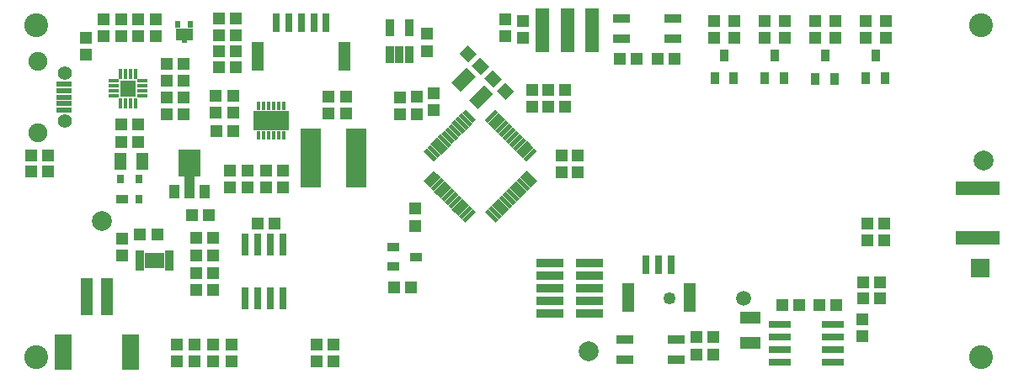
<source format=gbr>
G04 #@! TF.FileFunction,Soldermask,Top*
%FSLAX46Y46*%
G04 Gerber Fmt 4.6, Leading zero omitted, Abs format (unit mm)*
G04 Created by KiCad (PCBNEW 4.0.7-e2-6376~58~ubuntu16.04.1) date Mon Jun 18 12:46:04 2018*
%MOMM*%
%LPD*%
G01*
G04 APERTURE LIST*
%ADD10C,0.100000*%
%ADD11C,2.403200*%
%ADD12R,1.203200X1.303200*%
%ADD13R,1.303200X1.203200*%
%ADD14R,0.600000X0.700000*%
%ADD15R,1.800000X1.300000*%
%ADD16R,0.600000X0.450000*%
%ADD17R,1.203200X0.903200*%
%ADD18R,0.803200X0.903200*%
%ADD19R,1.203200X1.703200*%
%ADD20R,0.803200X1.903200*%
%ADD21R,1.203200X3.003200*%
%ADD22R,2.700000X0.950000*%
%ADD23R,1.203200X3.703200*%
%ADD24R,1.703200X3.603200*%
%ADD25R,1.473200X4.403200*%
%ADD26R,2.003200X5.903200*%
%ADD27R,0.853200X1.253200*%
%ADD28R,1.653200X0.903200*%
%ADD29R,0.853200X1.763200*%
%ADD30R,0.803200X2.203200*%
%ADD31R,0.890000X0.890000*%
%ADD32R,0.990000X0.420000*%
%ADD33R,0.420000X0.990000*%
%ADD34R,0.440000X0.990000*%
%ADD35R,2.203200X0.803200*%
%ADD36R,0.453200X0.903200*%
%ADD37R,1.028200X1.053200*%
%ADD38R,0.953200X0.503200*%
%ADD39R,1.078200X0.928200*%
%ADD40R,2.103200X1.303200*%
%ADD41C,1.253200*%
%ADD42C,1.503200*%
%ADD43R,1.003200X1.403200*%
%ADD44R,1.003200X2.403200*%
%ADD45R,2.203200X2.703200*%
%ADD46R,4.403200X1.473200*%
%ADD47R,1.903200X1.903200*%
%ADD48R,1.553200X0.603200*%
%ADD49C,1.403200*%
%ADD50C,1.903200*%
%ADD51R,1.253200X0.853200*%
%ADD52C,2.000000*%
G04 APERTURE END LIST*
D10*
G36*
X-5023463Y6610889D02*
X-4703002Y6931350D01*
X-3640079Y5868427D01*
X-3960540Y5547966D01*
X-5023463Y6610889D01*
X-5023463Y6610889D01*
G37*
G36*
X-5377016Y6257336D02*
X-5056555Y6577797D01*
X-3993632Y5514874D01*
X-4314093Y5194413D01*
X-5377016Y6257336D01*
X-5377016Y6257336D01*
G37*
G36*
X-5730570Y5903782D02*
X-5410109Y6224243D01*
X-4347186Y5161320D01*
X-4667647Y4840859D01*
X-5730570Y5903782D01*
X-5730570Y5903782D01*
G37*
G36*
X-6084123Y5550229D02*
X-5763662Y5870690D01*
X-4700739Y4807767D01*
X-5021200Y4487306D01*
X-6084123Y5550229D01*
X-6084123Y5550229D01*
G37*
G36*
X-6437676Y5196676D02*
X-6117215Y5517137D01*
X-5054292Y4454214D01*
X-5374753Y4133753D01*
X-6437676Y5196676D01*
X-6437676Y5196676D01*
G37*
G36*
X-6791230Y4843122D02*
X-6470769Y5163583D01*
X-5407846Y4100660D01*
X-5728307Y3780199D01*
X-6791230Y4843122D01*
X-6791230Y4843122D01*
G37*
G36*
X-7144783Y4489569D02*
X-6824322Y4810030D01*
X-5761399Y3747107D01*
X-6081860Y3426646D01*
X-7144783Y4489569D01*
X-7144783Y4489569D01*
G37*
G36*
X-7498337Y4136015D02*
X-7177876Y4456476D01*
X-6114953Y3393553D01*
X-6435414Y3073092D01*
X-7498337Y4136015D01*
X-7498337Y4136015D01*
G37*
G36*
X-7851890Y3782462D02*
X-7531429Y4102923D01*
X-6468506Y3040000D01*
X-6788967Y2719539D01*
X-7851890Y3782462D01*
X-7851890Y3782462D01*
G37*
G36*
X-8205443Y3428909D02*
X-7884982Y3749370D01*
X-6822059Y2686447D01*
X-7142520Y2365986D01*
X-8205443Y3428909D01*
X-8205443Y3428909D01*
G37*
G36*
X-8558997Y3075355D02*
X-8238536Y3395816D01*
X-7175613Y2332893D01*
X-7496074Y2012432D01*
X-8558997Y3075355D01*
X-8558997Y3075355D01*
G37*
G36*
X-8912550Y2721802D02*
X-8592089Y3042263D01*
X-7529166Y1979340D01*
X-7849627Y1658879D01*
X-8912550Y2721802D01*
X-8912550Y2721802D01*
G37*
G36*
X-8592089Y-603863D02*
X-8912550Y-283402D01*
X-7849627Y779521D01*
X-7529166Y459060D01*
X-8592089Y-603863D01*
X-8592089Y-603863D01*
G37*
G36*
X-8238536Y-957416D02*
X-8558997Y-636955D01*
X-7496074Y425968D01*
X-7175613Y105507D01*
X-8238536Y-957416D01*
X-8238536Y-957416D01*
G37*
G36*
X-7884982Y-1310970D02*
X-8205443Y-990509D01*
X-7142520Y72414D01*
X-6822059Y-248047D01*
X-7884982Y-1310970D01*
X-7884982Y-1310970D01*
G37*
G36*
X-7531429Y-1664523D02*
X-7851890Y-1344062D01*
X-6788967Y-281139D01*
X-6468506Y-601600D01*
X-7531429Y-1664523D01*
X-7531429Y-1664523D01*
G37*
G36*
X-7177876Y-2018076D02*
X-7498337Y-1697615D01*
X-6435414Y-634692D01*
X-6114953Y-955153D01*
X-7177876Y-2018076D01*
X-7177876Y-2018076D01*
G37*
G36*
X-6824322Y-2371630D02*
X-7144783Y-2051169D01*
X-6081860Y-988246D01*
X-5761399Y-1308707D01*
X-6824322Y-2371630D01*
X-6824322Y-2371630D01*
G37*
G36*
X-6470769Y-2725183D02*
X-6791230Y-2404722D01*
X-5728307Y-1341799D01*
X-5407846Y-1662260D01*
X-6470769Y-2725183D01*
X-6470769Y-2725183D01*
G37*
G36*
X-6117215Y-3078737D02*
X-6437676Y-2758276D01*
X-5374753Y-1695353D01*
X-5054292Y-2015814D01*
X-6117215Y-3078737D01*
X-6117215Y-3078737D01*
G37*
G36*
X-5763662Y-3432290D02*
X-6084123Y-3111829D01*
X-5021200Y-2048906D01*
X-4700739Y-2369367D01*
X-5763662Y-3432290D01*
X-5763662Y-3432290D01*
G37*
G36*
X-5410109Y-3785843D02*
X-5730570Y-3465382D01*
X-4667647Y-2402459D01*
X-4347186Y-2722920D01*
X-5410109Y-3785843D01*
X-5410109Y-3785843D01*
G37*
G36*
X-5056555Y-4139397D02*
X-5377016Y-3818936D01*
X-4314093Y-2756013D01*
X-3993632Y-3076474D01*
X-5056555Y-4139397D01*
X-5056555Y-4139397D01*
G37*
G36*
X-4703002Y-4492950D02*
X-5023463Y-4172489D01*
X-3960540Y-3109566D01*
X-3640079Y-3430027D01*
X-4703002Y-4492950D01*
X-4703002Y-4492950D01*
G37*
G36*
X-2760721Y-3430027D02*
X-2440260Y-3109566D01*
X-1377337Y-4172489D01*
X-1697798Y-4492950D01*
X-2760721Y-3430027D01*
X-2760721Y-3430027D01*
G37*
G36*
X-2407168Y-3076474D02*
X-2086707Y-2756013D01*
X-1023784Y-3818936D01*
X-1344245Y-4139397D01*
X-2407168Y-3076474D01*
X-2407168Y-3076474D01*
G37*
G36*
X-2053614Y-2722920D02*
X-1733153Y-2402459D01*
X-670230Y-3465382D01*
X-990691Y-3785843D01*
X-2053614Y-2722920D01*
X-2053614Y-2722920D01*
G37*
G36*
X-1700061Y-2369367D02*
X-1379600Y-2048906D01*
X-316677Y-3111829D01*
X-637138Y-3432290D01*
X-1700061Y-2369367D01*
X-1700061Y-2369367D01*
G37*
G36*
X-1346508Y-2015814D02*
X-1026047Y-1695353D01*
X36876Y-2758276D01*
X-283585Y-3078737D01*
X-1346508Y-2015814D01*
X-1346508Y-2015814D01*
G37*
G36*
X-992954Y-1662260D02*
X-672493Y-1341799D01*
X390430Y-2404722D01*
X69969Y-2725183D01*
X-992954Y-1662260D01*
X-992954Y-1662260D01*
G37*
G36*
X-639401Y-1308707D02*
X-318940Y-988246D01*
X743983Y-2051169D01*
X423522Y-2371630D01*
X-639401Y-1308707D01*
X-639401Y-1308707D01*
G37*
G36*
X-285847Y-955153D02*
X34614Y-634692D01*
X1097537Y-1697615D01*
X777076Y-2018076D01*
X-285847Y-955153D01*
X-285847Y-955153D01*
G37*
G36*
X67706Y-601600D02*
X388167Y-281139D01*
X1451090Y-1344062D01*
X1130629Y-1664523D01*
X67706Y-601600D01*
X67706Y-601600D01*
G37*
G36*
X421259Y-248047D02*
X741720Y72414D01*
X1804643Y-990509D01*
X1484182Y-1310970D01*
X421259Y-248047D01*
X421259Y-248047D01*
G37*
G36*
X774813Y105507D02*
X1095274Y425968D01*
X2158197Y-636955D01*
X1837736Y-957416D01*
X774813Y105507D01*
X774813Y105507D01*
G37*
G36*
X1128366Y459060D02*
X1448827Y779521D01*
X2511750Y-283402D01*
X2191289Y-603863D01*
X1128366Y459060D01*
X1128366Y459060D01*
G37*
G36*
X1448827Y1658879D02*
X1128366Y1979340D01*
X2191289Y3042263D01*
X2511750Y2721802D01*
X1448827Y1658879D01*
X1448827Y1658879D01*
G37*
G36*
X1095274Y2012432D02*
X774813Y2332893D01*
X1837736Y3395816D01*
X2158197Y3075355D01*
X1095274Y2012432D01*
X1095274Y2012432D01*
G37*
G36*
X741720Y2365986D02*
X421259Y2686447D01*
X1484182Y3749370D01*
X1804643Y3428909D01*
X741720Y2365986D01*
X741720Y2365986D01*
G37*
G36*
X388167Y2719539D02*
X67706Y3040000D01*
X1130629Y4102923D01*
X1451090Y3782462D01*
X388167Y2719539D01*
X388167Y2719539D01*
G37*
G36*
X34614Y3073092D02*
X-285847Y3393553D01*
X777076Y4456476D01*
X1097537Y4136015D01*
X34614Y3073092D01*
X34614Y3073092D01*
G37*
G36*
X-318940Y3426646D02*
X-639401Y3747107D01*
X423522Y4810030D01*
X743983Y4489569D01*
X-318940Y3426646D01*
X-318940Y3426646D01*
G37*
G36*
X-672493Y3780199D02*
X-992954Y4100660D01*
X69969Y5163583D01*
X390430Y4843122D01*
X-672493Y3780199D01*
X-672493Y3780199D01*
G37*
G36*
X-1026047Y4133753D02*
X-1346508Y4454214D01*
X-283585Y5517137D01*
X36876Y5196676D01*
X-1026047Y4133753D01*
X-1026047Y4133753D01*
G37*
G36*
X-1379600Y4487306D02*
X-1700061Y4807767D01*
X-637138Y5870690D01*
X-316677Y5550229D01*
X-1379600Y4487306D01*
X-1379600Y4487306D01*
G37*
G36*
X-1733153Y4840859D02*
X-2053614Y5161320D01*
X-990691Y6224243D01*
X-670230Y5903782D01*
X-1733153Y4840859D01*
X-1733153Y4840859D01*
G37*
G36*
X-2086707Y5194413D02*
X-2407168Y5514874D01*
X-1344245Y6577797D01*
X-1023784Y6257336D01*
X-2086707Y5194413D01*
X-2086707Y5194413D01*
G37*
G36*
X-2440260Y5547966D02*
X-2760721Y5868427D01*
X-1697798Y6931350D01*
X-1377337Y6610889D01*
X-2440260Y5547966D01*
X-2440260Y5547966D01*
G37*
D11*
X47107200Y-18026600D03*
D10*
G36*
X-2336333Y11288208D02*
X-3187124Y10437417D01*
X-4108625Y11358918D01*
X-3257834Y12209709D01*
X-2336333Y11288208D01*
X-2336333Y11288208D01*
G37*
G36*
X-3538415Y12490290D02*
X-4389206Y11639499D01*
X-5310707Y12561000D01*
X-4459916Y13411791D01*
X-3538415Y12490290D01*
X-3538415Y12490290D01*
G37*
G36*
X-2779266Y10029559D02*
X-1928475Y10880350D01*
X-1006974Y9958849D01*
X-1857765Y9108058D01*
X-2779266Y10029559D01*
X-2779266Y10029559D01*
G37*
G36*
X-1577184Y8827477D02*
X-726393Y9678268D01*
X195108Y8756767D01*
X-655683Y7905976D01*
X-1577184Y8827477D01*
X-1577184Y8827477D01*
G37*
D12*
X-9779000Y-3087000D03*
X-9779000Y-4787000D03*
X5334000Y7176400D03*
X5334000Y8876400D03*
X-9552408Y6469176D03*
X-9552408Y8169176D03*
X1981200Y7176400D03*
X1981200Y8876400D03*
X3657600Y7176400D03*
X3657600Y8876400D03*
D13*
X-39326514Y5391344D03*
X-37626514Y5391344D03*
D12*
X-8536042Y14520594D03*
X-8536042Y12820594D03*
D13*
X-33035553Y11480941D03*
X-34735553Y11480941D03*
X-46672612Y2283065D03*
X-48372612Y2283065D03*
X-25602300Y-4546600D03*
X-23902300Y-4546600D03*
D12*
X-42824400Y12459600D03*
X-42824400Y14159600D03*
D13*
X-34749153Y8128141D03*
X-33049153Y8128141D03*
X-34735553Y6451741D03*
X-33035553Y6451741D03*
D12*
X-24739600Y729223D03*
X-24739600Y-970777D03*
X-26583981Y729223D03*
X-26583981Y-970777D03*
D13*
X-31793310Y-9562314D03*
X-30093310Y-9562314D03*
X-30093310Y-6006314D03*
X-31793310Y-6006314D03*
D12*
X-28397200Y736600D03*
X-28397200Y-963400D03*
X-29802214Y6592844D03*
X-29802214Y8292844D03*
X-16728781Y6496823D03*
X-16728781Y8196823D03*
X-18455981Y6496823D03*
X-18455981Y8196823D03*
X35509200Y14139200D03*
X35509200Y15839200D03*
X-31902400Y-16730000D03*
X-31902400Y-18430000D03*
X-28236730Y-16749830D03*
X-28236730Y-18449830D03*
X30429200Y14139200D03*
X30429200Y15839200D03*
X20320000Y14139200D03*
X20320000Y15839200D03*
X25349200Y14139200D03*
X25349200Y15839200D03*
D14*
X-32319200Y15528000D03*
X-33619200Y15528000D03*
D15*
X-32969200Y14478000D03*
D16*
X-32969200Y13803000D03*
D17*
X-39190400Y-2101600D03*
D18*
X-37490400Y-2101600D03*
X-37490400Y-101600D03*
X-39390400Y-101600D03*
D13*
X-29450400Y16056000D03*
X-27750400Y16056000D03*
X-29450400Y12804800D03*
X-27750400Y12804800D03*
D12*
X1066800Y14102000D03*
X1066800Y15802000D03*
D19*
X-37152400Y1727200D03*
X-39352400Y1727200D03*
D20*
X15982000Y-8718000D03*
X14732000Y-8718000D03*
X13482000Y-8718000D03*
D21*
X17832000Y-12068000D03*
X11632000Y-12068000D03*
D20*
X-18702400Y15643600D03*
X-19952400Y15643600D03*
X-21202400Y15643600D03*
X-22452400Y15643600D03*
X-23702400Y15643600D03*
D21*
X-16852400Y12293600D03*
X-25552400Y12293600D03*
D22*
X7791200Y-13665200D03*
X3791200Y-13665200D03*
X7791200Y-12395200D03*
X3791200Y-12395200D03*
X7791200Y-11125200D03*
X3791200Y-11125200D03*
X7791200Y-9855200D03*
X3791200Y-9855200D03*
X7791200Y-8585200D03*
X3791200Y-8585200D03*
D23*
X-42754800Y-11976000D03*
X-40754800Y-11976000D03*
D24*
X-45104800Y-17526000D03*
X-38404800Y-17526000D03*
D25*
X5537200Y14884400D03*
X8037200Y14884400D03*
X3037200Y14884400D03*
D12*
X-11295208Y6453976D03*
X-11295208Y8153976D03*
D13*
X-39326514Y3664144D03*
X-37626514Y3664144D03*
D26*
X-20284781Y2012823D03*
X-15712781Y2012823D03*
D11*
X-47839740Y-18027140D03*
X47107820Y15420720D03*
X-47839440Y15420880D03*
D27*
X35575200Y10047600D03*
X37475200Y10047600D03*
X36525200Y12347600D03*
X30495200Y10029200D03*
X32395200Y10029200D03*
X31445200Y12329200D03*
X20386000Y10047600D03*
X22286000Y10047600D03*
X21336000Y12347600D03*
X25415200Y10080000D03*
X27315200Y10080000D03*
X26365200Y12380000D03*
D12*
X-19659600Y-16730000D03*
X-19659600Y-18430000D03*
X-17932400Y-16730000D03*
X-17932400Y-18430000D03*
X37541200Y15839200D03*
X37541200Y14139200D03*
X-33731200Y-16730000D03*
X-33731200Y-18430000D03*
X-30073600Y-16780800D03*
X-30073600Y-18480800D03*
D13*
X20204800Y-17754600D03*
X18504800Y-17754600D03*
X20204800Y-15976600D03*
X18504800Y-15976600D03*
X10783200Y11988800D03*
X12483200Y11988800D03*
X16344000Y11988800D03*
X14644000Y11988800D03*
D12*
X32461200Y15839200D03*
X32461200Y14139200D03*
X22352000Y15839200D03*
X22352000Y14139200D03*
X27381200Y15839200D03*
X27381200Y14139200D03*
D13*
X-33035553Y9804541D03*
X-34735553Y9804541D03*
D12*
X-35815953Y15988541D03*
X-35815953Y14288541D03*
X6611642Y616974D03*
X6611642Y2316974D03*
X-37593953Y15988541D03*
X-37593953Y14288541D03*
X-39321153Y15988541D03*
X-39321153Y14288541D03*
X4986042Y616974D03*
X4986042Y2316974D03*
D13*
X-46672612Y632065D03*
X-48372612Y632065D03*
X-29450400Y14430400D03*
X-27750400Y14430400D03*
X-29450400Y11179200D03*
X-27750400Y11179200D03*
D12*
X-41099153Y14288541D03*
X-41099153Y15988541D03*
D13*
X35259711Y-10504605D03*
X36959711Y-10504605D03*
X35259711Y-12130205D03*
X36959711Y-12130205D03*
D12*
X-23012400Y-970777D03*
X-23012400Y729223D03*
X-711200Y14291600D03*
X-711200Y15991600D03*
D13*
X-30093310Y-11289514D03*
X-31793310Y-11289514D03*
X-30093310Y-7784314D03*
X-31793310Y-7784314D03*
X-37400600Y-5715000D03*
X-35700600Y-5715000D03*
D12*
X-39243000Y-7758800D03*
X-39243000Y-6058800D03*
X-28057181Y6598423D03*
X-28057181Y8298423D03*
D13*
X-29755200Y4775200D03*
X-28055200Y4775200D03*
D28*
X11316469Y-18271829D03*
X16476469Y-18271829D03*
X16476469Y-16271829D03*
X11316469Y-16271829D03*
X16143600Y16073000D03*
X10983600Y16073000D03*
X10983600Y14073000D03*
X16143600Y14073000D03*
D29*
X-12278642Y12436208D03*
X-11328642Y12436208D03*
X-10378642Y12436208D03*
X-10378642Y15136208D03*
X-12278642Y15136208D03*
D30*
X-26873200Y-6723400D03*
X-25603200Y-6723400D03*
X-24333200Y-6723400D03*
X-23063200Y-6723400D03*
X-23063200Y-12123400D03*
X-24333200Y-12123400D03*
X-25603200Y-12123400D03*
X-26873200Y-12123400D03*
D31*
X-38247283Y8665733D03*
X-38247283Y9415733D03*
X-38997283Y9415733D03*
X-38997283Y8665733D03*
D32*
X-40097283Y9790733D03*
X-40097283Y9290733D03*
X-40097283Y8790733D03*
X-40097283Y8290733D03*
D33*
X-39372283Y7565733D03*
X-38872283Y7565733D03*
D34*
X-38372283Y7565733D03*
D33*
X-37872283Y7565733D03*
D32*
X-37147283Y8290733D03*
X-37147283Y8790733D03*
X-37147283Y9290733D03*
X-37147283Y9790733D03*
D33*
X-37872283Y10515733D03*
X-38372283Y10515733D03*
X-38872283Y10515733D03*
D34*
X-39372283Y10515733D03*
D35*
X32265600Y-14757400D03*
X32265600Y-16027400D03*
X32265600Y-17297400D03*
X32265600Y-18567400D03*
X26865600Y-18567400D03*
X26865600Y-17297400D03*
X26865600Y-16027400D03*
X26865600Y-14757400D03*
D36*
X-25477181Y4345223D03*
X-24977181Y4345223D03*
X-24477181Y4345223D03*
X-23977181Y4345223D03*
X-23477181Y4345223D03*
X-22977181Y4345223D03*
X-22977181Y7245223D03*
X-23477181Y7245223D03*
X-23977181Y7245223D03*
X-24477181Y7245223D03*
X-24977181Y7245223D03*
X-25477181Y7245223D03*
D37*
X-22989681Y6220223D03*
X-23814681Y6220223D03*
X-24639681Y6220223D03*
X-25464681Y6220223D03*
X-22989681Y5370223D03*
X-23814681Y5370223D03*
X-24639681Y5370223D03*
X-25464681Y5370223D03*
D38*
X-34502810Y-9049214D03*
X-34502810Y-8549214D03*
X-34502810Y-8049214D03*
X-34502810Y-7549214D03*
X-37402810Y-7549214D03*
X-37402810Y-8049214D03*
X-37402810Y-8549214D03*
X-37402810Y-9049214D03*
D39*
X-36390310Y-7936714D03*
X-36390310Y-8661714D03*
X-35515310Y-7936714D03*
X-35515310Y-8661714D03*
D10*
G36*
X-6101427Y9643440D02*
X-4614240Y11130627D01*
X-3692739Y10209126D01*
X-5179926Y8721939D01*
X-6101427Y9643440D01*
X-6101427Y9643440D01*
G37*
G36*
X-4333661Y7875674D02*
X-2846474Y9362861D01*
X-1924973Y8441360D01*
X-3412160Y6954173D01*
X-4333661Y7875674D01*
X-4333661Y7875674D01*
G37*
D40*
X23977600Y-16591600D03*
X23977600Y-14091600D03*
D41*
X15816800Y-12090400D03*
D42*
X23266800Y-12090400D03*
D12*
X-7924800Y6875576D03*
X-7924800Y8575576D03*
D13*
X28840800Y-12801600D03*
X27140800Y-12801600D03*
D12*
X35204400Y-14237600D03*
X35204400Y-15937600D03*
D13*
X32600000Y-12801600D03*
X30900000Y-12801600D03*
X-30493600Y-3746500D03*
X-32193600Y-3746500D03*
D43*
X-33961200Y-1369000D03*
D44*
X-32461200Y-869000D03*
D43*
X-30961200Y-1369000D03*
D45*
X-32461200Y1481000D03*
D13*
X35715416Y-6302126D03*
X37415416Y-6302126D03*
X35715416Y-4600326D03*
X37415416Y-4600326D03*
D46*
X46831000Y-6030600D03*
X46831000Y-1030600D03*
D47*
X47040800Y-9067800D03*
D48*
X-45074800Y9465600D03*
X-45074800Y8815600D03*
X-45074800Y8165600D03*
X-45074800Y7515600D03*
X-45074800Y6865600D03*
D49*
X-44999800Y10590600D03*
X-44999800Y5740600D03*
D50*
X-47649800Y11790600D03*
X-47649800Y4540600D03*
D51*
X-11945000Y-6987500D03*
X-11945000Y-8887500D03*
X-9645000Y-7937500D03*
D13*
X-10199000Y-10985500D03*
X-11899000Y-10985500D03*
D52*
X7721600Y-17424400D03*
X47396400Y1778000D03*
X-41249600Y-4318000D03*
M02*

</source>
